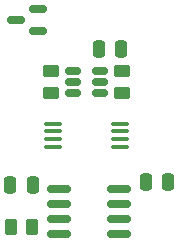
<source format=gbr>
%TF.GenerationSoftware,KiCad,Pcbnew,8.0.6*%
%TF.CreationDate,2024-12-24T16:10:54+01:00*%
%TF.ProjectId,boxmod,626f786d-6f64-42e6-9b69-6361645f7063,rev?*%
%TF.SameCoordinates,Original*%
%TF.FileFunction,Paste,Bot*%
%TF.FilePolarity,Positive*%
%FSLAX46Y46*%
G04 Gerber Fmt 4.6, Leading zero omitted, Abs format (unit mm)*
G04 Created by KiCad (PCBNEW 8.0.6) date 2024-12-24 16:10:54*
%MOMM*%
%LPD*%
G01*
G04 APERTURE LIST*
G04 Aperture macros list*
%AMRoundRect*
0 Rectangle with rounded corners*
0 $1 Rounding radius*
0 $2 $3 $4 $5 $6 $7 $8 $9 X,Y pos of 4 corners*
0 Add a 4 corners polygon primitive as box body*
4,1,4,$2,$3,$4,$5,$6,$7,$8,$9,$2,$3,0*
0 Add four circle primitives for the rounded corners*
1,1,$1+$1,$2,$3*
1,1,$1+$1,$4,$5*
1,1,$1+$1,$6,$7*
1,1,$1+$1,$8,$9*
0 Add four rect primitives between the rounded corners*
20,1,$1+$1,$2,$3,$4,$5,0*
20,1,$1+$1,$4,$5,$6,$7,0*
20,1,$1+$1,$6,$7,$8,$9,0*
20,1,$1+$1,$8,$9,$2,$3,0*%
G04 Aperture macros list end*
%ADD10RoundRect,0.162500X-0.825000X-0.162500X0.825000X-0.162500X0.825000X0.162500X-0.825000X0.162500X0*%
%ADD11RoundRect,0.150000X-0.512500X-0.150000X0.512500X-0.150000X0.512500X0.150000X-0.512500X0.150000X0*%
%ADD12RoundRect,0.250000X0.250000X0.475000X-0.250000X0.475000X-0.250000X-0.475000X0.250000X-0.475000X0*%
%ADD13RoundRect,0.150000X0.587500X0.150000X-0.587500X0.150000X-0.587500X-0.150000X0.587500X-0.150000X0*%
%ADD14RoundRect,0.250000X-0.450000X0.262500X-0.450000X-0.262500X0.450000X-0.262500X0.450000X0.262500X0*%
%ADD15RoundRect,0.250000X-0.250000X-0.475000X0.250000X-0.475000X0.250000X0.475000X-0.250000X0.475000X0*%
%ADD16RoundRect,0.250000X0.450000X-0.262500X0.450000X0.262500X-0.450000X0.262500X-0.450000X-0.262500X0*%
%ADD17RoundRect,0.250000X0.262500X0.450000X-0.262500X0.450000X-0.262500X-0.450000X0.262500X-0.450000X0*%
%ADD18RoundRect,0.100000X-0.637500X-0.100000X0.637500X-0.100000X0.637500X0.100000X-0.637500X0.100000X0*%
G04 APERTURE END LIST*
D10*
%TO.C,U1*%
X92962500Y-108905000D03*
X92962500Y-107635000D03*
X92962500Y-106365000D03*
X92962500Y-105095000D03*
X98037500Y-105095000D03*
X98037500Y-106365000D03*
X98037500Y-107635000D03*
X98037500Y-108905000D03*
%TD*%
D11*
%TO.C,U2*%
X94112500Y-96950000D03*
X94112500Y-96000000D03*
X94112500Y-95050000D03*
X96387500Y-95050000D03*
X96387500Y-96000000D03*
X96387500Y-96950000D03*
%TD*%
D12*
%TO.C,C3*%
X98200000Y-93250000D03*
X96300000Y-93250000D03*
%TD*%
D13*
%TO.C,Q3*%
X91187500Y-89800000D03*
X91187500Y-91700000D03*
X89312500Y-90750000D03*
%TD*%
D14*
%TO.C,R5*%
X98250000Y-95087500D03*
X98250000Y-96912500D03*
%TD*%
D15*
%TO.C,C1*%
X88800000Y-104750000D03*
X90700000Y-104750000D03*
%TD*%
D16*
%TO.C,R4*%
X92250000Y-96912500D03*
X92250000Y-95087500D03*
%TD*%
D17*
%TO.C,R1*%
X90662500Y-108250000D03*
X88837500Y-108250000D03*
%TD*%
D18*
%TO.C,Q1*%
X92387500Y-101475000D03*
X92387500Y-100825000D03*
X92387500Y-100175000D03*
X92387500Y-99525000D03*
X98112500Y-99525000D03*
X98112500Y-100175000D03*
X98112500Y-100825000D03*
X98112500Y-101475000D03*
%TD*%
D15*
%TO.C,C2*%
X100300000Y-104500000D03*
X102200000Y-104500000D03*
%TD*%
M02*

</source>
